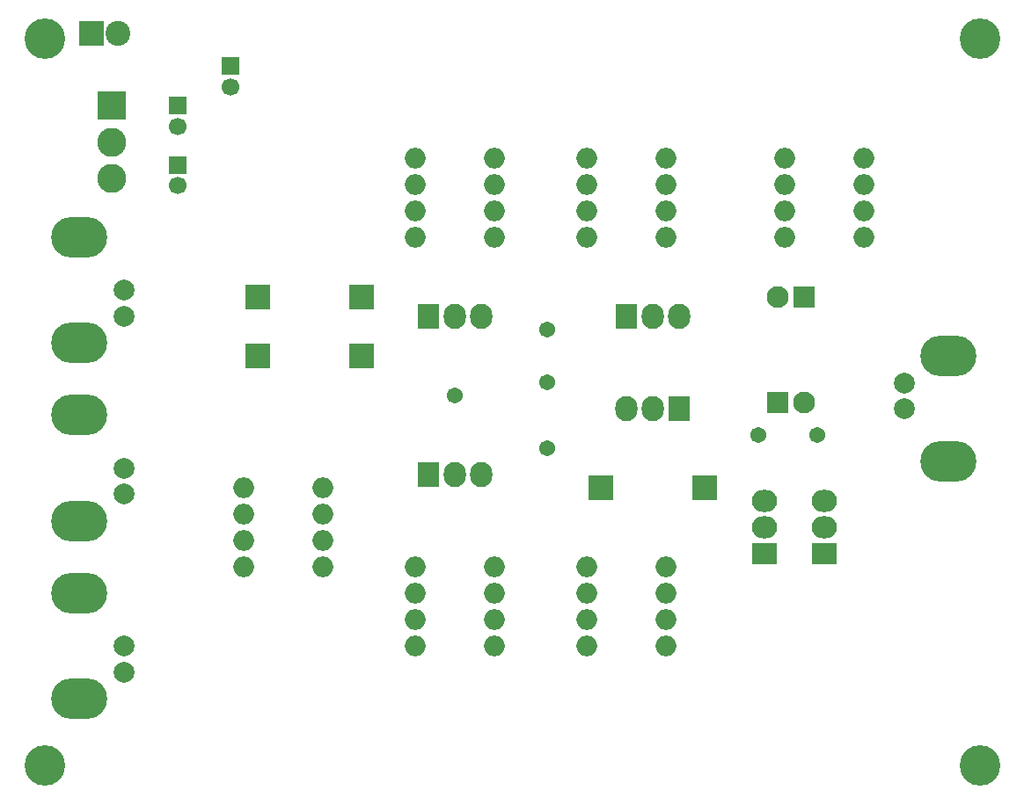
<source format=gbs>
G04 #@! TF.FileFunction,Soldermask,Bot*
%FSLAX46Y46*%
G04 Gerber Fmt 4.6, Leading zero omitted, Abs format (unit mm)*
G04 Created by KiCad (PCBNEW 4.0.1-stable) date 30/08/2016 2:09:59 p.m.*
%MOMM*%
G01*
G04 APERTURE LIST*
%ADD10C,0.100000*%
%ADD11R,2.127200X2.432000*%
%ADD12O,2.127200X2.432000*%
%ADD13C,3.900120*%
%ADD14O,5.401260X3.900120*%
%ADD15C,2.000200*%
%ADD16R,1.700000X1.700000*%
%ADD17C,1.700000*%
%ADD18C,2.099260*%
%ADD19R,2.099260X2.099260*%
%ADD20O,2.000000X2.000000*%
%ADD21C,1.543000*%
%ADD22R,2.432000X2.127200*%
%ADD23O,2.432000X2.127200*%
%ADD24R,2.398980X2.398980*%
%ADD25C,2.800000*%
%ADD26R,2.800000X2.800000*%
%ADD27R,2.400000X2.400000*%
%ADD28C,2.400000*%
G04 APERTURE END LIST*
D10*
D11*
X41910000Y-31750000D03*
D12*
X44450000Y-31750000D03*
X46990000Y-31750000D03*
D13*
X5001260Y-75008740D03*
X5001260Y-5008880D03*
X95001080Y-5008880D03*
X95001080Y-75008740D03*
D14*
X8356600Y-34307780D03*
X8356600Y-24109680D03*
D15*
X12621260Y-29210000D03*
X12621260Y-31709360D03*
D16*
X17780000Y-11430000D03*
D17*
X17780000Y-13430000D03*
D16*
X17780000Y-17145000D03*
D17*
X17780000Y-19145000D03*
D16*
X22860000Y-7620000D03*
D17*
X22860000Y-9620000D03*
D18*
X78107540Y-40005520D03*
D19*
X78107540Y-29845520D03*
D20*
X24130000Y-48260000D03*
X24130000Y-50800000D03*
X24130000Y-53340000D03*
X24130000Y-55880000D03*
X31750000Y-55880000D03*
X31750000Y-53340000D03*
X31750000Y-50800000D03*
X31750000Y-48260000D03*
X40640000Y-16510000D03*
X40640000Y-19050000D03*
X40640000Y-21590000D03*
X40640000Y-24130000D03*
X48260000Y-24130000D03*
X48260000Y-21590000D03*
X48260000Y-19050000D03*
X48260000Y-16510000D03*
X40640000Y-55880000D03*
X40640000Y-58420000D03*
X40640000Y-60960000D03*
X40640000Y-63500000D03*
X48260000Y-63500000D03*
X48260000Y-60960000D03*
X48260000Y-58420000D03*
X48260000Y-55880000D03*
X57150000Y-55880000D03*
X57150000Y-58420000D03*
X57150000Y-60960000D03*
X57150000Y-63500000D03*
X64770000Y-63500000D03*
X64770000Y-60960000D03*
X64770000Y-58420000D03*
X64770000Y-55880000D03*
X57150000Y-16510000D03*
X57150000Y-19050000D03*
X57150000Y-21590000D03*
X57150000Y-24130000D03*
X64770000Y-24130000D03*
X64770000Y-21590000D03*
X64770000Y-19050000D03*
X64770000Y-16510000D03*
X76200000Y-16510000D03*
X76200000Y-19050000D03*
X76200000Y-21590000D03*
X76200000Y-24130000D03*
X83820000Y-24130000D03*
X83820000Y-21590000D03*
X83820000Y-19050000D03*
X83820000Y-16510000D03*
D21*
X44450000Y-39370000D03*
X53340000Y-33020000D03*
X53340000Y-38100000D03*
X53340000Y-44450000D03*
X73660000Y-43180000D03*
D11*
X66040000Y-40640000D03*
D12*
X63500000Y-40640000D03*
X60960000Y-40640000D03*
D11*
X60960000Y-31750000D03*
D12*
X63500000Y-31750000D03*
X66040000Y-31750000D03*
D22*
X74295000Y-54610000D03*
D23*
X74295000Y-52070000D03*
X74295000Y-49530000D03*
D11*
X41910000Y-46990000D03*
D12*
X44450000Y-46990000D03*
X46990000Y-46990000D03*
D24*
X25478740Y-29845000D03*
X35481260Y-29845000D03*
X58498740Y-48260000D03*
X68501260Y-48260000D03*
X35481260Y-35560000D03*
X25478740Y-35560000D03*
D14*
X8356600Y-51452780D03*
X8356600Y-41254680D03*
D15*
X12621260Y-46355000D03*
X12621260Y-48854360D03*
D14*
X8356600Y-68597780D03*
X8356600Y-58399680D03*
D15*
X12621260Y-63500000D03*
X12621260Y-65999360D03*
D14*
X91973400Y-35542220D03*
X91973400Y-45740320D03*
D15*
X87708740Y-40640000D03*
X87708740Y-38140640D03*
D25*
X11430000Y-14930000D03*
X11430000Y-18430000D03*
D26*
X11430000Y-11430000D03*
D22*
X80010000Y-54610000D03*
D23*
X80010000Y-52070000D03*
X80010000Y-49530000D03*
D21*
X79375000Y-43180000D03*
D18*
X75562460Y-29844480D03*
D19*
X75562460Y-40004480D03*
D27*
X9525000Y-4445000D03*
D28*
X12065000Y-4445000D03*
M02*

</source>
